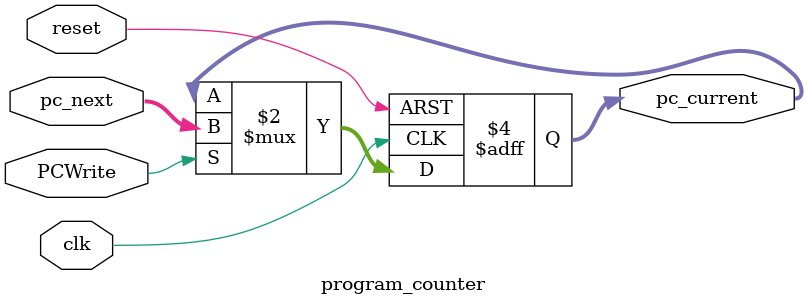
<source format=v>
module program_counter (
    input wire clk,
    input wire reset,
	 input wire PCWrite,
    input wire [31:0] pc_next,
    output reg [31:0] pc_current
);
    always @(posedge clk or posedge reset) begin
        if (reset)
            pc_current <= 0;
        else if (PCWrite)
            pc_current <= pc_next;
    end
endmodule
</source>
